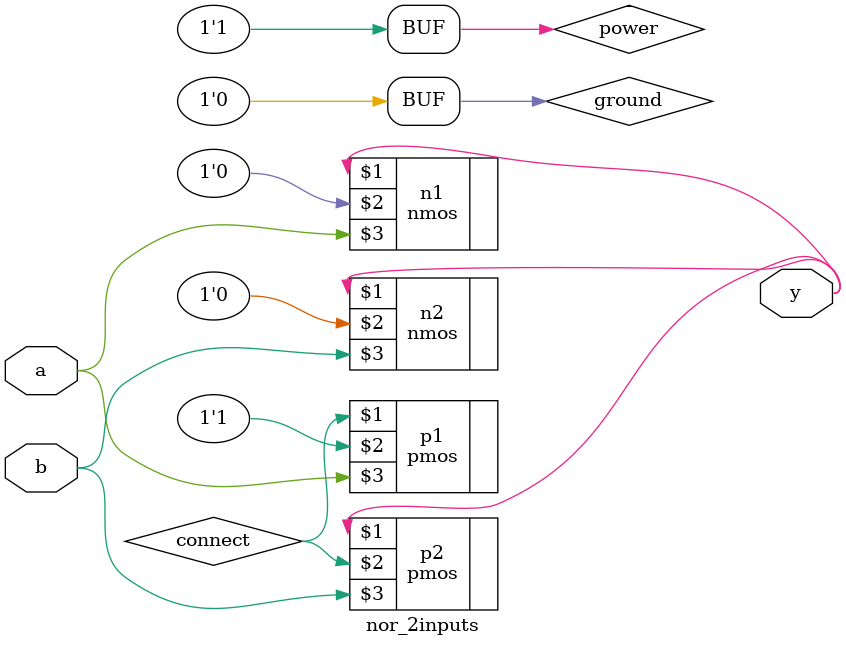
<source format=v>
module nor_2inputs(a, b, y);
    input a, b;
    output y;

    supply0 ground;
    supply1 power;

    wire connect;

    pmos #(5, 6, 7) p1(connect, power, a);
    pmos #(5, 6, 7) p2(y, connect, b);
    nmos #(4, 5, 6) n1(y, ground, a);
    nmos #(4, 5, 6) n2(y, ground, b);
endmodule

</source>
